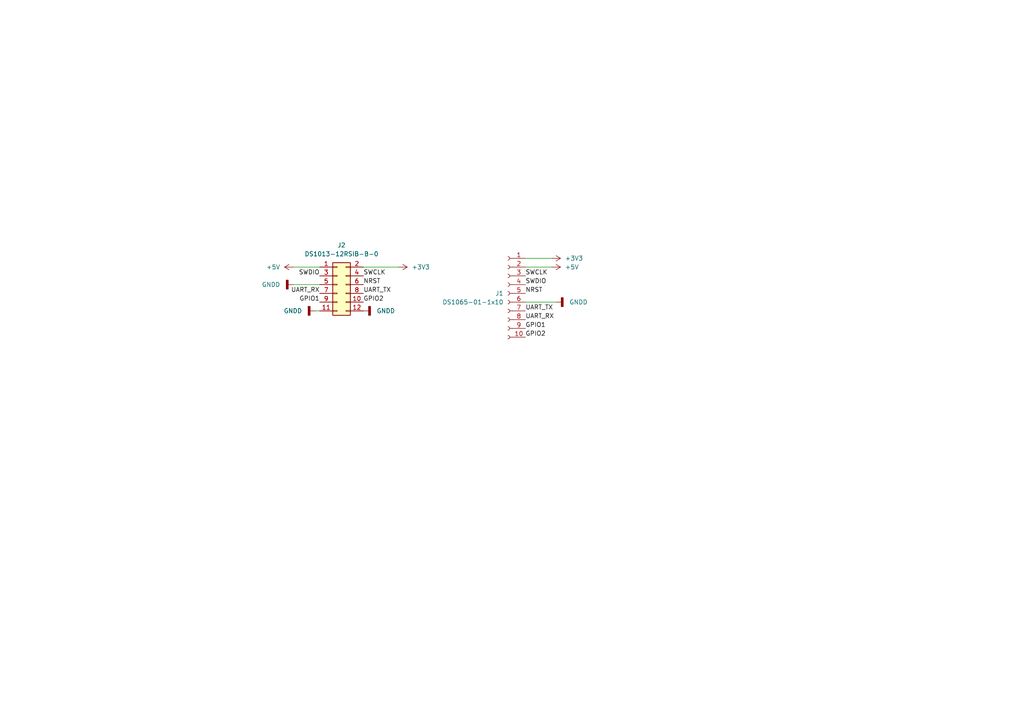
<source format=kicad_sch>
(kicad_sch (version 20250114) (generator "eeschema") (generator_version "9.0")
  (paper "A4")
  (lib_symbols
    (symbol "Connector:Conn_01x10_Socket" (pin_names (offset 1.016) (hide yes))
      (property "Reference" "J" (at 0 12.7 0))
      (property "Value" "Conn_01x10_Socket" (at 0 -15.24 0))
      (symbol "Conn_01x10_Socket_1_1"
        (polyline (pts (xy -1.27 10.16) (xy -0.508 10.16)) (stroke (width 0.1524)))
        (polyline (pts (xy -1.27 7.62) (xy -0.508 7.62)) (stroke (width 0.1524)))
        (polyline (pts (xy -1.27 5.08) (xy -0.508 5.08)) (stroke (width 0.1524)))
        (polyline (pts (xy -1.27 2.54) (xy -0.508 2.54)) (stroke (width 0.1524)))
        (polyline (pts (xy -1.27 0) (xy -0.508 0)) (stroke (width 0.1524)))
        (polyline (pts (xy -1.27 -2.54) (xy -0.508 -2.54)) (stroke (width 0.1524)))
        (polyline (pts (xy -1.27 -5.08) (xy -0.508 -5.08)) (stroke (width 0.1524)))
        (polyline (pts (xy -1.27 -7.62) (xy -0.508 -7.62)) (stroke (width 0.1524)))
        (polyline (pts (xy -1.27 -10.16) (xy -0.508 -10.16)) (stroke (width 0.1524)))
        (polyline (pts (xy -1.27 -12.7) (xy -0.508 -12.7)) (stroke (width 0.1524)))
        (arc (start 0 9.652) (mid -0.5058 10.16) (end 0 10.668) (stroke (width 0.1524)))
        (arc (start 0 7.112) (mid -0.5058 7.62) (end 0 8.128) (stroke (width 0.1524)))
        (arc (start 0 4.572) (mid -0.5058 5.08) (end 0 5.588) (stroke (width 0.1524)))
        (arc (start 0 2.032) (mid -0.5058 2.54) (end 0 3.048) (stroke (width 0.1524)))
        (arc (start 0 -0.508) (mid -0.5058 0) (end 0 0.508) (stroke (width 0.1524)))
        (arc (start 0 -3.048) (mid -0.5058 -2.54) (end 0 -2.032) (stroke (width 0.1524)))
        (arc (start 0 -5.588) (mid -0.5058 -5.08) (end 0 -4.572) (stroke (width 0.1524)))
        (arc (start 0 -8.128) (mid -0.5058 -7.62) (end 0 -7.112) (stroke (width 0.1524)))
        (arc (start 0 -10.668) (mid -0.5058 -10.16) (end 0 -9.652) (stroke (width 0.1524)))
        (arc (start 0 -13.208) (mid -0.5058 -12.7) (end 0 -12.192) (stroke (width 0.1524)))
        (pin passive line (at -5.08 10.16 0) (length 3.81) (name "Pin_1") (number "1"))
        (pin passive line (at -5.08 7.62 0) (length 3.81) (name "Pin_2") (number "2"))
        (pin passive line (at -5.08 5.08 0) (length 3.81) (name "Pin_3") (number "3"))
        (pin passive line (at -5.08 2.54 0) (length 3.81) (name "Pin_4") (number "4"))
        (pin passive line (at -5.08 0 0) (length 3.81) (name "Pin_5") (number "5"))
        (pin passive line (at -5.08 -2.54 0) (length 3.81) (name "Pin_6") (number "6"))
        (pin passive line (at -5.08 -5.08 0) (length 3.81) (name "Pin_7") (number "7"))
        (pin passive line (at -5.08 -7.62 0) (length 3.81) (name "Pin_8") (number "8"))
        (pin passive line (at -5.08 -10.16 0) (length 3.81) (name "Pin_9") (number "9"))
        (pin passive line (at -5.08 -12.7 0) (length 3.81) (name "Pin_10") (number "10"))
      )
    )
    (symbol "Connector_Generic:Conn_02x06_Odd_Even" (pin_names (offset 1.016) (hide yes))
      (property "Reference" "J" (at 1.27 7.62 0))
      (property "Value" "Conn_02x06_Odd_Even" (at 1.27 -10.16 0))
      (symbol "Conn_02x06_Odd_Even_1_1"
        (rectangle (start -1.27 6.35) (end 3.81 -8.89) (stroke (width 0.254)) (fill (type background)))
        (rectangle (start -1.27 5.207) (end 0 4.953) (stroke (width 0.1524)))
        (rectangle (start -1.27 2.667) (end 0 2.413) (stroke (width 0.1524)))
        (rectangle (start -1.27 0.127) (end 0 -0.127) (stroke (width 0.1524)))
        (rectangle (start -1.27 -2.413) (end 0 -2.667) (stroke (width 0.1524)))
        (rectangle (start -1.27 -4.953) (end 0 -5.207) (stroke (width 0.1524)))
        (rectangle (start -1.27 -7.493) (end 0 -7.747) (stroke (width 0.1524)))
        (rectangle (start 3.81 5.207) (end 2.54 4.953) (stroke (width 0.1524)))
        (rectangle (start 3.81 2.667) (end 2.54 2.413) (stroke (width 0.1524)))
        (rectangle (start 3.81 0.127) (end 2.54 -0.127) (stroke (width 0.1524)))
        (rectangle (start 3.81 -2.413) (end 2.54 -2.667) (stroke (width 0.1524)))
        (rectangle (start 3.81 -4.953) (end 2.54 -5.207) (stroke (width 0.1524)))
        (rectangle (start 3.81 -7.493) (end 2.54 -7.747) (stroke (width 0.1524)))
        (pin passive line (at -5.08 5.08 0) (length 3.81) (name "Pin_1") (number "1"))
        (pin passive line (at -5.08 2.54 0) (length 3.81) (name "Pin_3") (number "3"))
        (pin passive line (at -5.08 0 0) (length 3.81) (name "Pin_5") (number "5"))
        (pin passive line (at -5.08 -2.54 0) (length 3.81) (name "Pin_7") (number "7"))
        (pin passive line (at -5.08 -5.08 0) (length 3.81) (name "Pin_9") (number "9"))
        (pin passive line (at -5.08 -7.62 0) (length 3.81) (name "Pin_11") (number "11"))
        (pin passive line (at 7.62 5.08 180) (length 3.81) (name "Pin_2") (number "2"))
        (pin passive line (at 7.62 2.54 180) (length 3.81) (name "Pin_4") (number "4"))
        (pin passive line (at 7.62 0 180) (length 3.81) (name "Pin_6") (number "6"))
        (pin passive line (at 7.62 -2.54 180) (length 3.81) (name "Pin_8") (number "8"))
        (pin passive line (at 7.62 -5.08 180) (length 3.81) (name "Pin_10") (number "10"))
        (pin passive line (at 7.62 -7.62 180) (length 3.81) (name "Pin_12") (number "12"))
      )
    )
    (symbol "PCM_4ms_Power-symbol:+5V" (power) (pin_numbers (hide yes)) (pin_names (offset 0) (hide yes))
      (property "Value" "+5V" (at 0 3.556 0))
      (symbol "+5V_0_1"
        (polyline (pts (xy -0.762 1.27) (xy 0 2.54)))
        (polyline (pts (xy 0 2.54) (xy 0.762 1.27)))
        (polyline (pts (xy 0 0) (xy 0 2.54)))
      )
      (symbol "+5V_1_1"
        (pin power_in line (at 0 0 90) (length 0) (hide yes) (name "+5V") (number "1"))
      )
    )
    (symbol "power:+3V3" (power) (pin_numbers (hide yes)) (pin_names (offset 0) (hide yes))
      (property "Value" "+3V3" (at 0 3.556 0))
      (symbol "+3V3_0_1"
        (polyline (pts (xy -0.762 1.27) (xy 0 2.54)))
        (polyline (pts (xy 0 2.54) (xy 0.762 1.27)))
        (polyline (pts (xy 0 0) (xy 0 2.54)))
      )
      (symbol "+3V3_1_1"
        (pin power_in line (at 0 0 90) (length 0) (hide yes) (name "+3V3") (number "1"))
      )
    )
    (symbol "power:GNDD" (power) (pin_numbers (hide yes)) (pin_names (offset 0) (hide yes))
      (property "Value" "GNDD" (at 0 -3.175 0))
      (symbol "GNDD_0_1"
        (rectangle (start -1.27 -1.524) (end 1.27 -2.032) (stroke (width 0.254)) (fill (type outline)))
        (polyline (pts (xy 0 0) (xy 0 -1.524)))
      )
      (symbol "GNDD_1_1"
        (pin power_in line (at 0 0 270) (length 0) (hide yes) (name "GNDD") (number "1"))
      )
    )
  )
  (wire (pts (xy 152.4 74.93) (xy 160.02 74.93)))
  (wire (pts (xy 85.09 77.47) (xy 92.71 77.47)))
  (wire (pts (xy 115.57 77.47) (xy 105.41 77.47)))
  (wire (pts (xy 152.4 87.63) (xy 161.29 87.63)))
  (wire (pts (xy 85.09 82.55) (xy 92.71 82.55)))
  (wire (pts (xy 152.4 77.47) (xy 160.02 77.47)))
  (wire (pts (xy 91.44 90.17) (xy 92.71 90.17)))
  (label "GPIO2" (at 105.41 87.63 0))
  (label "NRST" (at 152.4 85.09 0))
  (label "NRST" (at 105.41 82.55 0))
  (label "UART_RX" (at 152.4 92.71 0))
  (label "UART_TX" (at 105.41 85.09 0))
  (label "GPIO1" (at 152.4 95.25 0))
  (label "UART_TX" (at 152.4 90.17 0))
  (label "UART_RX" (at 92.71 85.09 180))
  (label "SWDIO" (at 92.71 80.01 180))
  (label "SWDIO" (at 152.4 82.55 0))
  (label "SWCLK" (at 152.4 80.01 0))
  (label "SWCLK" (at 105.41 80.01 0))
  (label "GPIO2" (at 152.4 97.79 0))
  (label "GPIO1" (at 92.71 87.63 180))
  (symbol (lib_id "power:GNDD") (at 105.41 90.17 90) (unit 1)
    (property "Reference" "#PWR07" (effects (hide yes)))
    (property "Value" "GNDD" (at 109.22 90.17 90) (effects (justify right)))
  )
  (symbol (lib_id "PCM_4ms_Power-symbol:+5V") (at 160.02 77.47 270) (unit 1)
    (property "Reference" "#PWR01" (effects (hide yes)))
    (property "Value" "+5V" (at 163.83 77.47 90) (effects (justify left)))
  )
  (symbol (lib_id "PCM_4ms_Power-symbol:+5V") (at 85.09 77.47 90) (unit 1)
    (property "Reference" "#PWR02" (effects (hide yes)))
    (property "Value" "+5V" (at 81.28 77.47 90) (effects (justify left)))
  )
  (symbol (lib_id "power:+3V3") (at 160.02 74.93 270) (unit 1)
    (property "Reference" "#PWR09" (effects (hide yes)))
    (property "Value" "+3V3" (at 163.83 74.93 90) (effects (justify left)))
  )
  (symbol (lib_id "Connector_Generic:Conn_02x06_Odd_Even") (at 97.79 82.55 0) (unit 1)
    (property "Reference" "J2" (at 99.06 71.12 0))
    (property "Value" "DS1013-12RSIB-B-0" (at 99.06 73.66 0))
    (property "Footprint" "Connector_IDC:IDC-Header_2x06_P2.54mm_Horizontal" (effects (hide yes)))
  )
  (symbol (lib_id "power:+3V3") (at 115.57 77.47 270) (unit 1)
    (property "Reference" "#PWR04" (effects (hide yes)))
    (property "Value" "+3V3" (at 119.38 77.47 90) (effects (justify left)))
  )
  (symbol (lib_id "Connector:Conn_01x10_Socket") (at 147.32 85.09 0) (mirror y) (unit 1)
    (property "Reference" "J1" (at 146.05 85.09 0) (effects (justify left)))
    (property "Value" "DS1065-01-1x10" (at 146.05 87.63 0) (effects (justify left)))
    (property "Footprint" "Connector_PinSocket_1.27mm:PinSocket_1x10_P1.27mm_Vertical" (effects (hide yes)))
  )
  (symbol (lib_id "power:GNDD") (at 91.44 90.17 270) (unit 1)
    (property "Reference" "#PWR08" (effects (hide yes)))
    (property "Value" "GNDD" (at 87.63 90.17 90) (effects (justify right)))
  )
  (symbol (lib_id "power:GNDD") (at 85.09 82.55 270) (unit 1)
    (property "Reference" "#PWR06" (effects (hide yes)))
    (property "Value" "GNDD" (at 81.28 82.55 90) (effects (justify right)))
  )
  (symbol (lib_id "power:GNDD") (at 161.29 87.63 90) (unit 1)
    (property "Reference" "#PWR010" (effects (hide yes)))
    (property "Value" "GNDD" (at 165.1 87.63 90) (effects (justify right)))
  )
)
</source>
